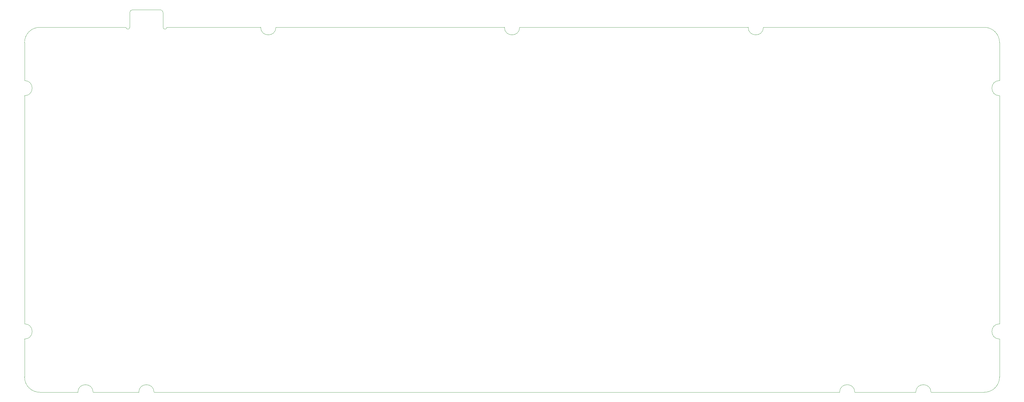
<source format=gbr>
%TF.GenerationSoftware,KiCad,Pcbnew,(6.0.2-0)*%
%TF.CreationDate,2022-03-20T22:32:53+07:00*%
%TF.ProjectId,kb-lone,6b622d6c-6f6e-4652-9e6b-696361645f70,rev?*%
%TF.SameCoordinates,Original*%
%TF.FileFunction,Profile,NP*%
%FSLAX46Y46*%
G04 Gerber Fmt 4.6, Leading zero omitted, Abs format (unit mm)*
G04 Created by KiCad (PCBNEW (6.0.2-0)) date 2022-03-20 22:32:53*
%MOMM*%
%LPD*%
G01*
G04 APERTURE LIST*
%TA.AperFunction,Profile*%
%ADD10C,0.100000*%
%TD*%
G04 APERTURE END LIST*
D10*
X352425000Y-169068750D02*
G75*
G03*
X357187500Y-164306250I0J4762500D01*
G01*
X357187500Y-71437500D02*
X357187500Y-59531250D01*
X283368750Y-54768750D02*
X352425000Y-54768750D01*
X95690000Y-54768842D02*
G75*
G03*
X96880626Y-54768796I595313J0D01*
G01*
X311943750Y-169068750D02*
G75*
G03*
X307181250Y-169068750I-2381250J0D01*
G01*
X95692892Y-50277104D02*
X95690000Y-54768842D01*
X357187500Y-71437500D02*
G75*
G03*
X357187500Y-76200000I0J-2381250D01*
G01*
X52387500Y-59531250D02*
X52387500Y-71437500D01*
X96880626Y-54768796D02*
X126206250Y-54768750D01*
X52387500Y-76200000D02*
G75*
G03*
X52387500Y-71437500I0J2381250D01*
G01*
X88106250Y-169068750D02*
X73818750Y-169068750D01*
X335756250Y-169068750D02*
G75*
G03*
X330993750Y-169068750I-2381250J0D01*
G01*
X73818750Y-169068750D02*
G75*
G03*
X69056250Y-169068750I-2381250J0D01*
G01*
X311943750Y-169068750D02*
X330993750Y-169068750D01*
X278606250Y-54768750D02*
G75*
G03*
X283368750Y-54768750I2381250J0D01*
G01*
X69056250Y-169068750D02*
X57150000Y-169068750D01*
X52387500Y-164306250D02*
G75*
G03*
X57150000Y-169068750I4762500J0D01*
G01*
X357187500Y-147637500D02*
X357187500Y-76200000D01*
X335756250Y-169068750D02*
X352425000Y-169068750D01*
X86287104Y-49277108D02*
X94692896Y-49277108D01*
X85287108Y-50277104D02*
X85287108Y-54768750D01*
X84096482Y-54768796D02*
X57150000Y-54768750D01*
X52387500Y-152400000D02*
G75*
G03*
X52387500Y-147637500I0J2381250D01*
G01*
X57150000Y-54768750D02*
G75*
G03*
X52387500Y-59531250I0J-4762500D01*
G01*
X357187500Y-59531250D02*
G75*
G03*
X352425000Y-54768750I-4762500J0D01*
G01*
X95692892Y-50277104D02*
G75*
G03*
X94692896Y-49277108I-999996J0D01*
G01*
X202406250Y-54768750D02*
G75*
G03*
X207168750Y-54768750I2381250J0D01*
G01*
X84096482Y-54768796D02*
G75*
G03*
X85287108Y-54768750I595313J0D01*
G01*
X126206250Y-54768750D02*
G75*
G03*
X130968750Y-54768750I2381250J0D01*
G01*
X52387500Y-152400000D02*
X52387500Y-164306250D01*
X357187500Y-147637500D02*
G75*
G03*
X357187500Y-152400000I0J-2381250D01*
G01*
X92868750Y-169068750D02*
G75*
G03*
X88106250Y-169068750I-2381250J0D01*
G01*
X52387500Y-76200000D02*
X52387500Y-147637500D01*
X86287104Y-49277108D02*
G75*
G03*
X85287108Y-50277104I0J-999996D01*
G01*
X307181250Y-169068750D02*
X92868750Y-169068750D01*
X357187500Y-152400000D02*
X357187500Y-164306250D01*
X207168750Y-54768750D02*
X278606250Y-54768750D01*
X130968750Y-54768750D02*
X202406250Y-54768750D01*
M02*

</source>
